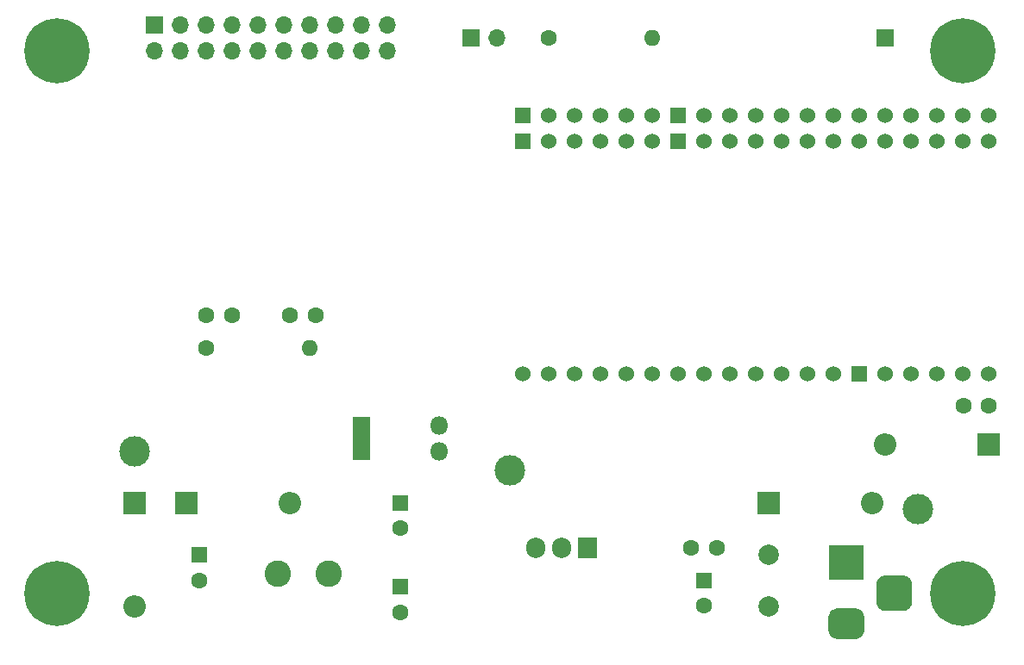
<source format=gbs>
G04 #@! TF.GenerationSoftware,KiCad,Pcbnew,(5.1.10)-1*
G04 #@! TF.CreationDate,2021-09-26T16:33:56-04:00*
G04 #@! TF.ProjectId,schematics_main,73636865-6d61-4746-9963-735f6d61696e,rev?*
G04 #@! TF.SameCoordinates,Original*
G04 #@! TF.FileFunction,Soldermask,Bot*
G04 #@! TF.FilePolarity,Negative*
%FSLAX46Y46*%
G04 Gerber Fmt 4.6, Leading zero omitted, Abs format (unit mm)*
G04 Created by KiCad (PCBNEW (5.1.10)-1) date 2021-09-26 16:33:56*
%MOMM*%
%LPD*%
G01*
G04 APERTURE LIST*
%ADD10R,1.524000X1.524000*%
%ADD11C,1.524000*%
%ADD12R,1.800000X1.800000*%
%ADD13O,1.800000X1.800000*%
%ADD14R,1.800000X2.800000*%
%ADD15R,1.700000X1.700000*%
%ADD16O,1.700000X1.700000*%
%ADD17C,2.600000*%
%ADD18O,1.905000X2.000000*%
%ADD19R,1.905000X2.000000*%
%ADD20C,1.600000*%
%ADD21O,1.600000X1.600000*%
%ADD22O,2.200000X2.200000*%
%ADD23R,2.200000X2.200000*%
%ADD24C,3.000000*%
%ADD25C,6.400000*%
%ADD26C,2.000000*%
%ADD27R,3.500000X3.500000*%
%ADD28R,1.600000X1.600000*%
G04 APERTURE END LIST*
D10*
X220980000Y-100965000D03*
X205740000Y-100965000D03*
D11*
X210820000Y-100965000D03*
X218440000Y-100965000D03*
X208280000Y-100965000D03*
X223520000Y-100965000D03*
X215900000Y-100965000D03*
X213360000Y-100965000D03*
X226060000Y-100965000D03*
X228600000Y-100965000D03*
X236220000Y-100965000D03*
X241300000Y-100965000D03*
X238760000Y-100965000D03*
X233680000Y-100965000D03*
X231140000Y-100965000D03*
X251460000Y-100965000D03*
X248920000Y-100965000D03*
X246380000Y-100965000D03*
X243840000Y-100965000D03*
X251460000Y-126365000D03*
X248920000Y-126365000D03*
X246380000Y-126365000D03*
X243840000Y-126365000D03*
X241300000Y-126365000D03*
D10*
X238760000Y-126365000D03*
D11*
X236220000Y-126365000D03*
X233680000Y-126365000D03*
X231140000Y-126365000D03*
X228600000Y-126365000D03*
X226060000Y-126365000D03*
X223520000Y-126365000D03*
X220980000Y-126365000D03*
X218440000Y-126365000D03*
X215900000Y-126365000D03*
X213360000Y-126365000D03*
X210820000Y-126365000D03*
X208280000Y-126365000D03*
X205740000Y-126365000D03*
X251460000Y-103505000D03*
X248920000Y-103505000D03*
X223520000Y-103505000D03*
X238760000Y-103505000D03*
X226060000Y-103505000D03*
X228600000Y-103505000D03*
X218440000Y-103505000D03*
X210820000Y-103505000D03*
X233680000Y-103505000D03*
X243840000Y-103505000D03*
X208280000Y-103505000D03*
X246380000Y-103505000D03*
X231140000Y-103505000D03*
X241300000Y-103505000D03*
X213360000Y-103505000D03*
D10*
X205740000Y-103505000D03*
D11*
X215900000Y-103505000D03*
X236220000Y-103505000D03*
D10*
X220980000Y-103505000D03*
D12*
X189865000Y-131445000D03*
D13*
X197485000Y-133985000D03*
D14*
X189865000Y-133485000D03*
D13*
X197485000Y-131445000D03*
D15*
X241300000Y-93345000D03*
D16*
X203200000Y-93345000D03*
D15*
X200660000Y-93345000D03*
D17*
X181690000Y-146050000D03*
X186690000Y-146050000D03*
D18*
X207010000Y-143510000D03*
X209550000Y-143510000D03*
D19*
X212090000Y-143510000D03*
D20*
X248960000Y-129540000D03*
X251460000Y-129540000D03*
D21*
X184785000Y-123825000D03*
D20*
X174625000Y-123825000D03*
D21*
X218440000Y-93345000D03*
D20*
X208280000Y-93345000D03*
D22*
X167640000Y-149225000D03*
D23*
X167640000Y-139065000D03*
D22*
X182880000Y-139065000D03*
D23*
X172720000Y-139065000D03*
D22*
X240030000Y-139065000D03*
D23*
X229870000Y-139065000D03*
D22*
X241300000Y-133350000D03*
D23*
X251460000Y-133350000D03*
D16*
X192405000Y-94615000D03*
X192405000Y-92075000D03*
X189865000Y-94615000D03*
X189865000Y-92075000D03*
X187325000Y-94615000D03*
X187325000Y-92075000D03*
X184785000Y-94615000D03*
X184785000Y-92075000D03*
X182245000Y-94615000D03*
X182245000Y-92075000D03*
X179705000Y-94615000D03*
X179705000Y-92075000D03*
X177165000Y-94615000D03*
X177165000Y-92075000D03*
X174625000Y-94615000D03*
X174625000Y-92075000D03*
X172085000Y-94615000D03*
X172085000Y-92075000D03*
X169545000Y-94615000D03*
D15*
X169545000Y-92075000D03*
D24*
X204470000Y-135890000D03*
X244475000Y-139700000D03*
X167640000Y-133985000D03*
D25*
X248920000Y-147955000D03*
X160020000Y-147955000D03*
X160020000Y-94615000D03*
X248920000Y-94615000D03*
D26*
X229870000Y-149225000D03*
X229880000Y-144145000D03*
G36*
G01*
X243065000Y-149705000D02*
X241315000Y-149705000D01*
G75*
G02*
X240440000Y-148830000I0J875000D01*
G01*
X240440000Y-147080000D01*
G75*
G02*
X241315000Y-146205000I875000J0D01*
G01*
X243065000Y-146205000D01*
G75*
G02*
X243940000Y-147080000I0J-875000D01*
G01*
X243940000Y-148830000D01*
G75*
G02*
X243065000Y-149705000I-875000J0D01*
G01*
G37*
G36*
G01*
X238490000Y-152455000D02*
X236490000Y-152455000D01*
G75*
G02*
X235740000Y-151705000I0J750000D01*
G01*
X235740000Y-150205000D01*
G75*
G02*
X236490000Y-149455000I750000J0D01*
G01*
X238490000Y-149455000D01*
G75*
G02*
X239240000Y-150205000I0J-750000D01*
G01*
X239240000Y-151705000D01*
G75*
G02*
X238490000Y-152455000I-750000J0D01*
G01*
G37*
D27*
X237490000Y-144955000D03*
D20*
X174665000Y-120650000D03*
X177165000Y-120650000D03*
X173990000Y-146685000D03*
D28*
X173990000Y-144185000D03*
X193675000Y-147320000D03*
D20*
X193675000Y-149820000D03*
X185380000Y-120650000D03*
X182880000Y-120650000D03*
X193675000Y-141565000D03*
D28*
X193675000Y-139065000D03*
X223520000Y-146685000D03*
D20*
X223520000Y-149185000D03*
X224750000Y-143510000D03*
X222250000Y-143510000D03*
M02*

</source>
